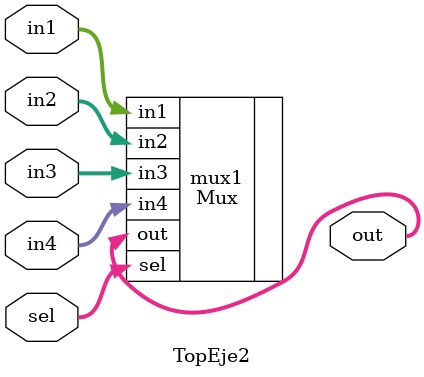
<source format=sv>


module TopEje2 #(parameter width = 8)(
    input   logic     [width:0]      in1,
    input   logic     [width:0]      in2,
    input   logic     [width:0]      in3,
    input   logic     [width:0]      in4,
    input   logic     [1:0]          sel,
    output  logic     [width:0]      out

);


Mux #(.WIDTH(width)) mux1(
    .in1    (in1),
    .in2    (in2),
    .in3    (in3),
    .in4    (in4),
    .sel    (sel),
    .out    (out)
);
    
endmodule
</source>
